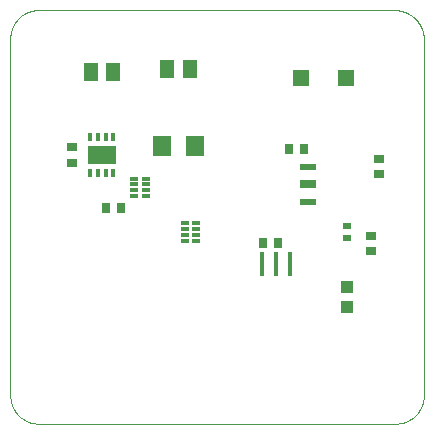
<source format=gbp>
G04 EAGLE Gerber RS-274X export*
G75*
%MOMM*%
%FSLAX35Y35*%
%LPD*%
%INsolder_paste_bottom*%
%IPPOS*%
%AMOC8*
5,1,8,0,0,1.08239X$1,22.5*%
G01*
%ADD10C,0.000000*%
%ADD11R,1.300000X1.500000*%
%ADD12R,0.900000X0.700000*%
%ADD13R,0.700000X0.900000*%
%ADD14R,1.400000X1.400000*%
%ADD15R,2.400000X1.500000*%
%ADD16R,0.350000X0.650000*%
%ADD17R,1.600000X1.803000*%
%ADD18R,0.400000X2.000000*%
%ADD19R,1.100000X1.000000*%
%ADD20R,0.700000X0.600000*%
%ADD21R,0.650000X0.300000*%
%ADD22R,1.400000X0.570000*%
%ADD23R,1.400000X0.650000*%


D10*
X250000Y0D02*
X3250000Y0D01*
X3500000Y225000D02*
X3500000Y3275000D01*
X3225000Y3500000D02*
X250000Y3500000D01*
X0Y3275000D02*
X0Y225000D01*
X0Y3275000D02*
X371Y3280735D01*
X881Y3286460D01*
X1529Y3292170D01*
X2315Y3297864D01*
X3238Y3303536D01*
X4298Y3309185D01*
X5494Y3314806D01*
X6826Y3320397D01*
X8292Y3325954D01*
X9892Y3331474D01*
X11626Y3336954D01*
X13491Y3342390D01*
X15487Y3347780D01*
X17612Y3353120D01*
X19866Y3358406D01*
X22247Y3363637D01*
X24754Y3368809D01*
X27385Y3373919D01*
X30138Y3378963D01*
X33013Y3383940D01*
X36007Y3388846D01*
X39119Y3393678D01*
X42347Y3398433D01*
X45688Y3403109D01*
X49142Y3407703D01*
X52706Y3412212D01*
X56377Y3416633D01*
X60154Y3420965D01*
X64035Y3425204D01*
X68018Y3429348D01*
X72099Y3433395D01*
X76276Y3437342D01*
X80548Y3441186D01*
X84912Y3444927D01*
X89365Y3448561D01*
X93904Y3452086D01*
X98527Y3455500D01*
X103231Y3458802D01*
X108014Y3461989D01*
X112872Y3465060D01*
X117803Y3468012D01*
X122804Y3470844D01*
X127872Y3473555D01*
X133003Y3476142D01*
X138196Y3478605D01*
X143447Y3480942D01*
X148753Y3483150D01*
X154111Y3485230D01*
X159517Y3487180D01*
X164969Y3488999D01*
X170463Y3490686D01*
X175997Y3492239D01*
X181566Y3493658D01*
X187168Y3494942D01*
X192799Y3496090D01*
X198457Y3497102D01*
X204137Y3497977D01*
X209837Y3498715D01*
X215553Y3499314D01*
X221281Y3499775D01*
X227020Y3500098D01*
X232764Y3500282D01*
X238511Y3500327D01*
X244257Y3500233D01*
X250000Y3500000D01*
X3225000Y3500000D02*
X3231143Y3500538D01*
X3237297Y3500926D01*
X3243459Y3501162D01*
X3249625Y3501247D01*
X3255791Y3501180D01*
X3261953Y3500962D01*
X3268109Y3500594D01*
X3274253Y3500074D01*
X3280383Y3499403D01*
X3286494Y3498582D01*
X3292584Y3497612D01*
X3298648Y3496492D01*
X3304682Y3495224D01*
X3310684Y3493808D01*
X3316649Y3492246D01*
X3322574Y3490537D01*
X3328455Y3488684D01*
X3334289Y3486686D01*
X3340072Y3484546D01*
X3345801Y3482265D01*
X3351472Y3479844D01*
X3357083Y3477285D01*
X3362628Y3474588D01*
X3368106Y3471757D01*
X3373512Y3468792D01*
X3378845Y3465694D01*
X3384099Y3462467D01*
X3389273Y3459113D01*
X3394363Y3455632D01*
X3399366Y3452027D01*
X3404279Y3448300D01*
X3409099Y3444454D01*
X3413823Y3440491D01*
X3418449Y3436414D01*
X3422973Y3432224D01*
X3427393Y3427924D01*
X3431706Y3423517D01*
X3435909Y3419005D01*
X3440001Y3414392D01*
X3443978Y3409679D01*
X3447839Y3404871D01*
X3451580Y3399969D01*
X3455199Y3394977D01*
X3458695Y3389897D01*
X3462066Y3384733D01*
X3465309Y3379489D01*
X3468422Y3374166D01*
X3471403Y3368768D01*
X3474251Y3363299D01*
X3476964Y3357761D01*
X3479540Y3352159D01*
X3481978Y3346495D01*
X3484276Y3340773D01*
X3486433Y3334996D01*
X3488448Y3329168D01*
X3490319Y3323292D01*
X3492045Y3317372D01*
X3493626Y3311412D01*
X3495060Y3305415D01*
X3496346Y3299384D01*
X3497484Y3293323D01*
X3498472Y3287237D01*
X3499311Y3281128D01*
X3500000Y3275000D01*
X3500000Y225000D02*
X3499629Y219265D01*
X3499119Y213540D01*
X3498471Y207830D01*
X3497685Y202136D01*
X3496762Y196464D01*
X3495702Y190815D01*
X3494506Y185194D01*
X3493174Y179603D01*
X3491708Y174046D01*
X3490108Y168526D01*
X3488374Y163046D01*
X3486509Y157610D01*
X3484513Y152220D01*
X3482388Y146880D01*
X3480134Y141594D01*
X3477753Y136363D01*
X3475246Y131191D01*
X3472615Y126081D01*
X3469862Y121037D01*
X3466987Y116060D01*
X3463993Y111154D01*
X3460881Y106322D01*
X3457653Y101567D01*
X3454312Y96891D01*
X3450858Y92297D01*
X3447294Y87788D01*
X3443623Y83367D01*
X3439846Y79035D01*
X3435965Y74796D01*
X3431982Y70652D01*
X3427901Y66605D01*
X3423724Y62658D01*
X3419452Y58814D01*
X3415088Y55073D01*
X3410635Y51439D01*
X3406096Y47914D01*
X3401473Y44500D01*
X3396769Y41198D01*
X3391986Y38011D01*
X3387128Y34940D01*
X3382197Y31988D01*
X3377196Y29156D01*
X3372128Y26445D01*
X3366997Y23858D01*
X3361804Y21395D01*
X3356553Y19058D01*
X3351247Y16850D01*
X3345889Y14770D01*
X3340483Y12820D01*
X3335031Y11001D01*
X3329537Y9314D01*
X3324003Y7761D01*
X3318434Y6342D01*
X3312832Y5058D01*
X3307201Y3910D01*
X3301543Y2898D01*
X3295863Y2023D01*
X3290163Y1285D01*
X3284447Y686D01*
X3278719Y225D01*
X3272980Y-98D01*
X3267236Y-282D01*
X3261489Y-327D01*
X3255743Y-233D01*
X3250000Y0D01*
X250000Y0D02*
X244257Y-233D01*
X238511Y-327D01*
X232764Y-282D01*
X227020Y-98D01*
X221281Y225D01*
X215553Y686D01*
X209837Y1285D01*
X204137Y2023D01*
X198457Y2898D01*
X192799Y3910D01*
X187168Y5058D01*
X181566Y6342D01*
X175997Y7761D01*
X170463Y9314D01*
X164969Y11001D01*
X159517Y12820D01*
X154111Y14770D01*
X148753Y16850D01*
X143447Y19058D01*
X138196Y21395D01*
X133003Y23858D01*
X127872Y26445D01*
X122804Y29156D01*
X117803Y31988D01*
X112872Y34940D01*
X108014Y38011D01*
X103231Y41198D01*
X98527Y44500D01*
X93904Y47914D01*
X89365Y51439D01*
X84912Y55073D01*
X80548Y58814D01*
X76276Y62658D01*
X72099Y66605D01*
X68018Y70652D01*
X64035Y74796D01*
X60154Y79035D01*
X56377Y83367D01*
X52706Y87788D01*
X49142Y92297D01*
X45688Y96891D01*
X42347Y101567D01*
X39119Y106322D01*
X36007Y111154D01*
X33013Y116060D01*
X30138Y121037D01*
X27385Y126081D01*
X24754Y131191D01*
X22247Y136363D01*
X19866Y141594D01*
X17612Y146880D01*
X15487Y152220D01*
X13491Y157610D01*
X11626Y163046D01*
X9892Y168526D01*
X8292Y174046D01*
X6826Y179603D01*
X5494Y185194D01*
X4298Y190815D01*
X3238Y196464D01*
X2315Y202136D01*
X1529Y207830D01*
X881Y213540D01*
X371Y219265D01*
X0Y225000D01*
X3225000Y3500000D02*
X3231143Y3500538D01*
X3237297Y3500926D01*
X3243459Y3501162D01*
X3249625Y3501247D01*
X3255791Y3501180D01*
X3261953Y3500962D01*
X3268109Y3500594D01*
X3274253Y3500074D01*
X3280383Y3499403D01*
X3286494Y3498582D01*
X3292584Y3497612D01*
X3298648Y3496492D01*
X3304682Y3495224D01*
X3310684Y3493808D01*
X3316649Y3492246D01*
X3322574Y3490537D01*
X3328455Y3488684D01*
X3334289Y3486686D01*
X3340072Y3484546D01*
X3345801Y3482265D01*
X3351472Y3479844D01*
X3357083Y3477285D01*
X3362628Y3474588D01*
X3368106Y3471757D01*
X3373512Y3468792D01*
X3378845Y3465694D01*
X3384099Y3462467D01*
X3389273Y3459113D01*
X3394363Y3455632D01*
X3399366Y3452027D01*
X3404279Y3448300D01*
X3409099Y3444454D01*
X3413823Y3440491D01*
X3418449Y3436414D01*
X3422973Y3432224D01*
X3427393Y3427924D01*
X3431706Y3423517D01*
X3435909Y3419005D01*
X3440001Y3414392D01*
X3443978Y3409679D01*
X3447839Y3404871D01*
X3451580Y3399969D01*
X3455199Y3394977D01*
X3458695Y3389897D01*
X3462066Y3384733D01*
X3465309Y3379489D01*
X3468422Y3374166D01*
X3471403Y3368768D01*
X3474251Y3363299D01*
X3476964Y3357761D01*
X3479540Y3352159D01*
X3481978Y3346495D01*
X3484276Y3340773D01*
X3486433Y3334996D01*
X3488448Y3329168D01*
X3490319Y3323292D01*
X3492045Y3317372D01*
X3493626Y3311412D01*
X3495060Y3305415D01*
X3496346Y3299384D01*
X3497484Y3293323D01*
X3498472Y3287237D01*
X3499311Y3281128D01*
X3500000Y3275000D01*
X3500000Y225000D02*
X3499629Y219265D01*
X3499119Y213540D01*
X3498471Y207830D01*
X3497685Y202136D01*
X3496762Y196464D01*
X3495702Y190815D01*
X3494506Y185194D01*
X3493174Y179603D01*
X3491708Y174046D01*
X3490108Y168526D01*
X3488374Y163046D01*
X3486509Y157610D01*
X3484513Y152220D01*
X3482388Y146880D01*
X3480134Y141594D01*
X3477753Y136363D01*
X3475246Y131191D01*
X3472615Y126081D01*
X3469862Y121037D01*
X3466987Y116060D01*
X3463993Y111154D01*
X3460881Y106322D01*
X3457653Y101567D01*
X3454312Y96891D01*
X3450858Y92297D01*
X3447294Y87788D01*
X3443623Y83367D01*
X3439846Y79035D01*
X3435965Y74796D01*
X3431982Y70652D01*
X3427901Y66605D01*
X3423724Y62658D01*
X3419452Y58814D01*
X3415088Y55073D01*
X3410635Y51439D01*
X3406096Y47914D01*
X3401473Y44500D01*
X3396769Y41198D01*
X3391986Y38011D01*
X3387128Y34940D01*
X3382197Y31988D01*
X3377196Y29156D01*
X3372128Y26445D01*
X3366997Y23858D01*
X3361804Y21395D01*
X3356553Y19058D01*
X3351247Y16850D01*
X3345889Y14770D01*
X3340483Y12820D01*
X3335031Y11001D01*
X3329537Y9314D01*
X3324003Y7761D01*
X3318434Y6342D01*
X3312832Y5058D01*
X3307201Y3910D01*
X3301543Y2898D01*
X3295863Y2023D01*
X3290163Y1285D01*
X3284447Y686D01*
X3278719Y225D01*
X3272980Y-98D01*
X3267236Y-282D01*
X3261489Y-327D01*
X3255743Y-233D01*
X3250000Y0D01*
X250000Y0D02*
X244257Y-233D01*
X238511Y-327D01*
X232764Y-282D01*
X227020Y-98D01*
X221281Y225D01*
X215553Y686D01*
X209837Y1285D01*
X204137Y2023D01*
X198457Y2898D01*
X192799Y3910D01*
X187168Y5058D01*
X181566Y6342D01*
X175997Y7761D01*
X170463Y9314D01*
X164969Y11001D01*
X159517Y12820D01*
X154111Y14770D01*
X148753Y16850D01*
X143447Y19058D01*
X138196Y21395D01*
X133003Y23858D01*
X127872Y26445D01*
X122804Y29156D01*
X117803Y31988D01*
X112872Y34940D01*
X108014Y38011D01*
X103231Y41198D01*
X98527Y44500D01*
X93904Y47914D01*
X89365Y51439D01*
X84912Y55073D01*
X80548Y58814D01*
X76276Y62658D01*
X72099Y66605D01*
X68018Y70652D01*
X64035Y74796D01*
X60154Y79035D01*
X56377Y83367D01*
X52706Y87788D01*
X49142Y92297D01*
X45688Y96891D01*
X42347Y101567D01*
X39119Y106322D01*
X36007Y111154D01*
X33013Y116060D01*
X30138Y121037D01*
X27385Y126081D01*
X24754Y131191D01*
X22247Y136363D01*
X19866Y141594D01*
X17612Y146880D01*
X15487Y152220D01*
X13491Y157610D01*
X11626Y163046D01*
X9892Y168526D01*
X8292Y174046D01*
X6826Y179603D01*
X5494Y185194D01*
X4298Y190815D01*
X3238Y196464D01*
X2315Y202136D01*
X1529Y207830D01*
X881Y213540D01*
X371Y219265D01*
X0Y225000D01*
D11*
X1330000Y3000000D03*
X1520000Y3000000D03*
D12*
X525000Y2210000D03*
X525000Y2340000D03*
D13*
X2135000Y1525000D03*
X2265000Y1525000D03*
X940000Y1825000D03*
X810000Y1825000D03*
D14*
X2460000Y2925000D03*
X2840000Y2925000D03*
D15*
X775000Y2275000D03*
D16*
X872500Y2120000D03*
X807500Y2120000D03*
X742500Y2120000D03*
X677500Y2120000D03*
X872500Y2430000D03*
X807500Y2430000D03*
X742500Y2430000D03*
X677500Y2430000D03*
D17*
X1282800Y2350000D03*
X1567200Y2350000D03*
D11*
X680000Y2975000D03*
X870000Y2975000D03*
D18*
X2370000Y1350000D03*
X2250000Y1350000D03*
X2130000Y1350000D03*
D12*
X3125000Y2110000D03*
X3125000Y2240000D03*
D13*
X2360000Y2325000D03*
X2490000Y2325000D03*
D19*
X2850000Y1160000D03*
X2850000Y990000D03*
D12*
X3050000Y1460000D03*
X3050000Y1590000D03*
D20*
X2850000Y1675000D03*
X2850000Y1575000D03*
D21*
X1475000Y1550000D03*
X1475000Y1600000D03*
X1475000Y1650000D03*
X1475000Y1700000D03*
X1575000Y1700000D03*
X1575000Y1650000D03*
X1575000Y1600000D03*
X1575000Y1550000D03*
X1150000Y2075000D03*
X1150000Y2025000D03*
X1150000Y1975000D03*
X1150000Y1925000D03*
X1050000Y1925000D03*
X1050000Y1975000D03*
X1050000Y2025000D03*
X1050000Y2075000D03*
D22*
X2518500Y1875000D03*
X2518500Y2175000D03*
D23*
X2518500Y2025000D03*
M02*

</source>
